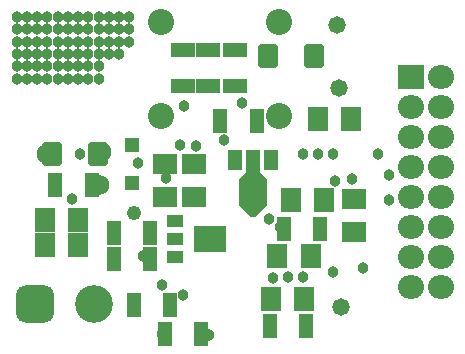
<source format=gbs>
G04*
G04 #@! TF.GenerationSoftware,Altium Limited,Altium Designer,22.5.1 (42)*
G04*
G04 Layer_Color=16711935*
%FSLAX25Y25*%
%MOIN*%
G70*
G04*
G04 #@! TF.SameCoordinates,0C7ABF94-C2AC-4CB0-9C94-541A5C69193A*
G04*
G04*
G04 #@! TF.FilePolarity,Negative*
G04*
G01*
G75*
%ADD32R,0.07099X0.07887*%
G04:AMPARAMS|DCode=33|XSize=67.06mil|YSize=78.87mil|CornerRadius=11.38mil|HoleSize=0mil|Usage=FLASHONLY|Rotation=0.000|XOffset=0mil|YOffset=0mil|HoleType=Round|Shape=RoundedRectangle|*
%AMROUNDEDRECTD33*
21,1,0.06706,0.05610,0,0,0.0*
21,1,0.04429,0.07887,0,0,0.0*
1,1,0.02276,0.02215,-0.02805*
1,1,0.02276,-0.02215,-0.02805*
1,1,0.02276,-0.02215,0.02805*
1,1,0.02276,0.02215,0.02805*
%
%ADD33ROUNDEDRECTD33*%
%ADD34R,0.04973X0.07965*%
G04:AMPARAMS|DCode=38|XSize=126.11mil|YSize=126.11mil|CornerRadius=33.53mil|HoleSize=0mil|Usage=FLASHONLY|Rotation=0.000|XOffset=0mil|YOffset=0mil|HoleType=Round|Shape=RoundedRectangle|*
%AMROUNDEDRECTD38*
21,1,0.12611,0.05906,0,0,0.0*
21,1,0.05906,0.12611,0,0,0.0*
1,1,0.06706,0.02953,-0.02953*
1,1,0.06706,-0.02953,-0.02953*
1,1,0.06706,-0.02953,0.02953*
1,1,0.06706,0.02953,0.02953*
%
%ADD38ROUNDEDRECTD38*%
%ADD39C,0.12611*%
%ADD40O,0.08674X0.07887*%
%ADD41R,0.08674X0.07887*%
%ADD42C,0.08674*%
%ADD43C,0.03800*%
%ADD44C,0.06800*%
%ADD45C,0.05800*%
%ADD46C,0.04800*%
%ADD67R,0.04737X0.06706*%
%ADD68R,0.05524X0.03950*%
%ADD69R,0.10642X0.08674*%
%ADD70R,0.07887X0.07099*%
%ADD71R,0.04501X0.04816*%
%ADD72R,0.07965X0.04973*%
G36*
X54464Y39469D02*
Y35528D01*
X59991D01*
Y39469D01*
X54464D01*
D02*
G37*
G36*
X88030Y48842D02*
Y57504D01*
X85668Y59866D01*
Y67347D01*
X80943D01*
Y59866D01*
X78581Y57504D01*
Y48842D01*
X82518Y44905D01*
X84093D01*
X88030Y48842D01*
D02*
G37*
D32*
X91388Y32000D02*
D03*
X102412D02*
D03*
X107000Y50500D02*
D03*
X95976D02*
D03*
X104900Y77500D02*
D03*
X115924D02*
D03*
X100400Y17500D02*
D03*
X89376D02*
D03*
X13888Y35500D02*
D03*
X24912D02*
D03*
X13888Y44000D02*
D03*
X24912D02*
D03*
D33*
X103577Y98500D02*
D03*
X88223D02*
D03*
X16323Y66000D02*
D03*
X31677D02*
D03*
D34*
X36884Y39500D02*
D03*
X48916D02*
D03*
X17400Y55500D02*
D03*
X29432D02*
D03*
X36884Y31000D02*
D03*
X48916D02*
D03*
X93484Y41000D02*
D03*
X105516D02*
D03*
X43484Y15500D02*
D03*
X55516D02*
D03*
X100916Y8500D02*
D03*
X88884D02*
D03*
X84416Y77000D02*
D03*
X72384D02*
D03*
X53984Y6000D02*
D03*
X66016D02*
D03*
D38*
X10558Y15728D02*
D03*
D39*
X30242D02*
D03*
D40*
X135900Y31500D02*
D03*
Y41500D02*
D03*
X145900Y31500D02*
D03*
Y41500D02*
D03*
X135900Y71500D02*
D03*
Y61500D02*
D03*
X145900D02*
D03*
Y71500D02*
D03*
Y21500D02*
D03*
X135900D02*
D03*
Y51500D02*
D03*
X145900D02*
D03*
Y81500D02*
D03*
X135900D02*
D03*
X145900Y91500D02*
D03*
D41*
X135900D02*
D03*
D42*
X92000Y110000D02*
D03*
X52632Y110012D02*
D03*
X91908Y78536D02*
D03*
X52483Y78517D02*
D03*
D43*
X59000Y68900D02*
D03*
X64100Y68700D02*
D03*
X60100Y82000D02*
D03*
X124945Y65900D02*
D03*
X44800Y63000D02*
D03*
X128675Y58995D02*
D03*
X109900Y65900D02*
D03*
X99800D02*
D03*
X35182Y99200D02*
D03*
X38591D02*
D03*
X31773Y91000D02*
D03*
X28364D02*
D03*
X31773Y95100D02*
D03*
X28364D02*
D03*
X31773Y99200D02*
D03*
X11318Y91000D02*
D03*
X4500D02*
D03*
X18136D02*
D03*
X21545D02*
D03*
X14727D02*
D03*
X7909D02*
D03*
X24954D02*
D03*
X11318Y95100D02*
D03*
X4500D02*
D03*
X18136D02*
D03*
X21545D02*
D03*
X14727D02*
D03*
X7909D02*
D03*
X24954D02*
D03*
X14727Y99200D02*
D03*
X4500D02*
D03*
X7909D02*
D03*
X21545D02*
D03*
X24954D02*
D03*
X18136D02*
D03*
X11318D02*
D03*
X28364D02*
D03*
Y103300D02*
D03*
X14727D02*
D03*
X18136D02*
D03*
X11318D02*
D03*
X4500D02*
D03*
X7909D02*
D03*
X21545D02*
D03*
X35182D02*
D03*
X38591D02*
D03*
X31773D02*
D03*
X24954D02*
D03*
X42000D02*
D03*
X28364Y107400D02*
D03*
X14727D02*
D03*
X18136D02*
D03*
X11318D02*
D03*
X4500D02*
D03*
X7909D02*
D03*
X21545D02*
D03*
X35182D02*
D03*
X38591D02*
D03*
X31773D02*
D03*
X24954D02*
D03*
X42000D02*
D03*
Y111500D02*
D03*
X24954D02*
D03*
X31773D02*
D03*
X38591D02*
D03*
X35182D02*
D03*
X21545D02*
D03*
X7909D02*
D03*
X4500D02*
D03*
X11318D02*
D03*
X18136D02*
D03*
X14727D02*
D03*
X28364D02*
D03*
X23000Y51000D02*
D03*
X95000Y52000D02*
D03*
X88500Y44231D02*
D03*
X68500Y5500D02*
D03*
X53050Y22307D02*
D03*
X73500Y70500D02*
D03*
X53050Y6000D02*
D03*
X25500Y66000D02*
D03*
X116400Y57500D02*
D03*
X92400Y41500D02*
D03*
X110475Y57025D02*
D03*
X46500Y32000D02*
D03*
X128500Y50500D02*
D03*
X90000Y24500D02*
D03*
X100000Y25000D02*
D03*
X95000D02*
D03*
X59900Y19000D02*
D03*
X119746Y27796D02*
D03*
X109900Y26500D02*
D03*
X79582Y82751D02*
D03*
X104900Y65900D02*
D03*
X54400Y58000D02*
D03*
X68900Y100500D02*
D03*
D44*
X32000Y55500D02*
D03*
X14500Y66000D02*
D03*
X32600Y66500D02*
D03*
D45*
X112000Y88000D02*
D03*
X112577Y15000D02*
D03*
X111400Y109000D02*
D03*
X82916Y53500D02*
D03*
D46*
X43500Y46214D02*
D03*
D67*
X89211Y64000D02*
D03*
X77400D02*
D03*
D68*
X57235Y31594D02*
D03*
Y43406D02*
D03*
D69*
X68889Y37500D02*
D03*
D70*
X63700Y62512D02*
D03*
Y51488D02*
D03*
X117000Y51000D02*
D03*
Y39976D02*
D03*
X53777Y62512D02*
D03*
Y51488D02*
D03*
D71*
X42900Y56201D02*
D03*
Y68799D02*
D03*
D72*
X59900Y88484D02*
D03*
Y100516D02*
D03*
X77100D02*
D03*
Y88484D02*
D03*
X68400D02*
D03*
Y100516D02*
D03*
M02*

</source>
